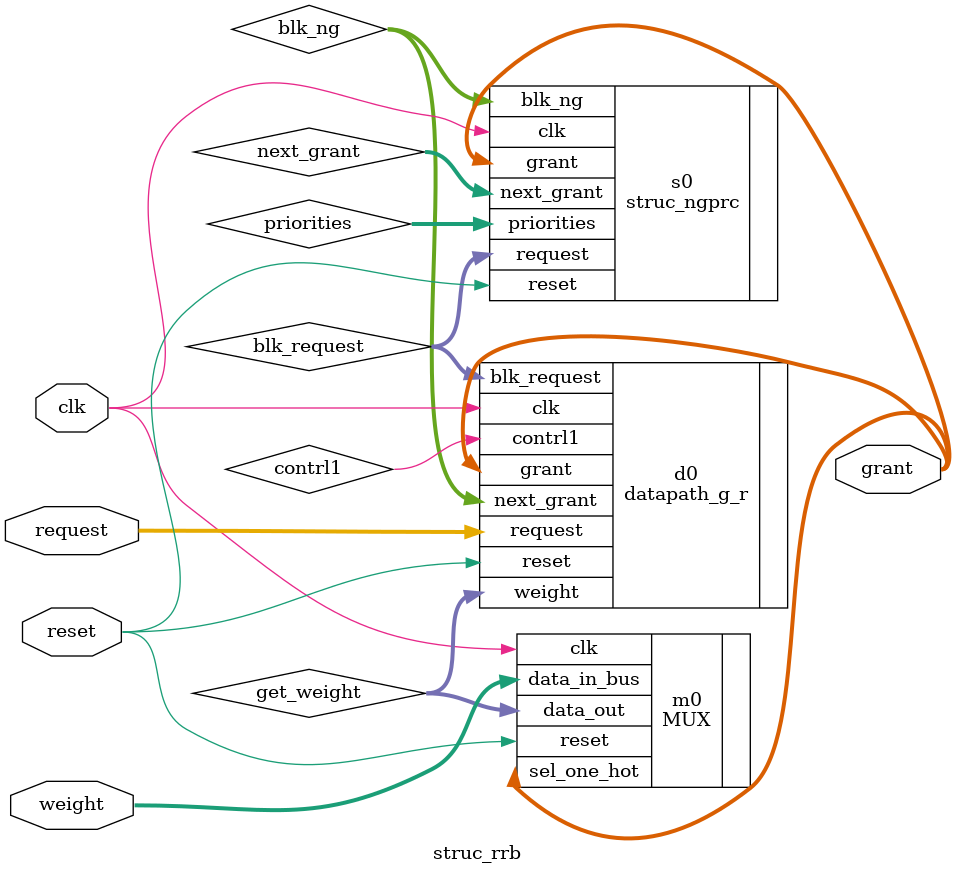
<source format=v>
`include "RRB_MUX.v" 
`include "structural_g_r.v"
`include "structure_ngprc.v"
module struc_rrb(
    clk,
    reset,
    request,
    weight,
    grant
);
    parameter channels=8,width =32;
    input clk,reset;
    input [channels-1:0] request;
    input [channels*width-1:0] weight;
    output wire [channels-1:0]grant;

    wire [width-1:0]get_weight;
    wire [channels-1:0] next_grant;
    wire [channels-1:0] priorities;
    wire [7:0]blk_request,blk_ng;
    wire contrl1;
    // wire [7:0] blk_ng;

    MUX m0(
        .reset(reset),
        .clk(clk),
        .sel_one_hot(grant),
        .data_in_bus(weight),
        .data_out(get_weight)
    );

    datapath_g_r d0(.clk(clk),.reset(reset),.next_grant(blk_ng),.grant(grant),.weight(get_weight),.request(request),.blk_request(blk_request),.contrl1(contrl1));
    struc_ngprc s0(.clk(clk),.reset(reset),.request(blk_request),.grant(grant),.next_grant(next_grant),.priorities(priorities),.blk_ng(blk_ng));
endmodule


</source>
